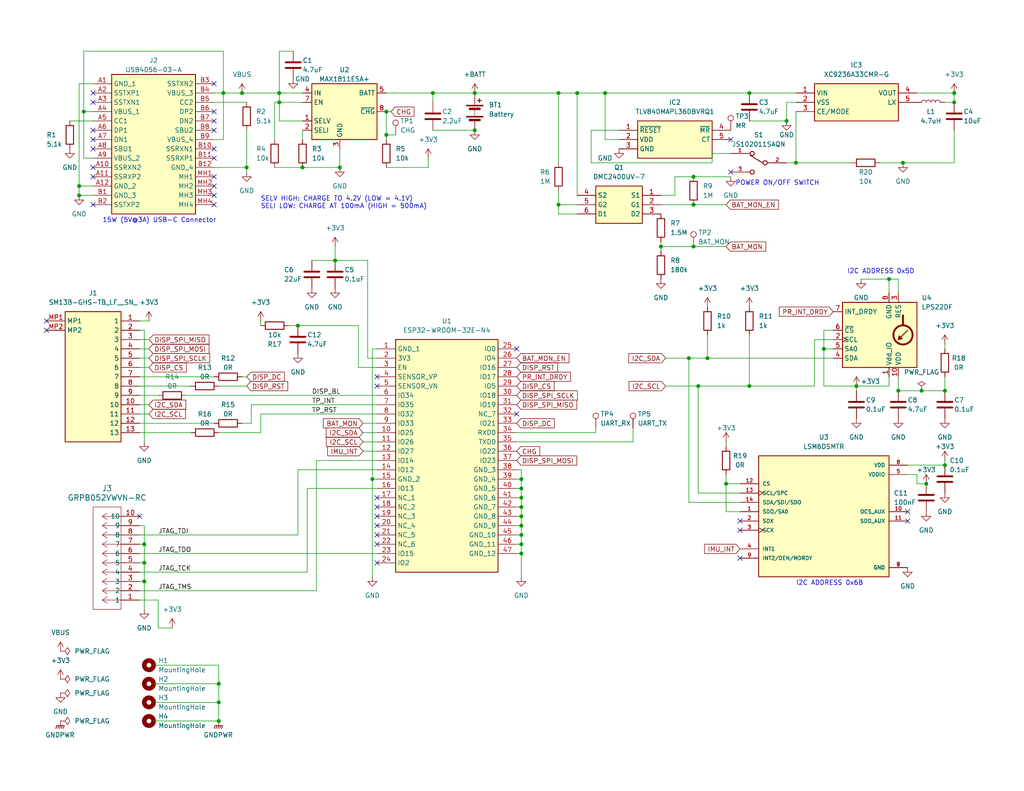
<source format=kicad_sch>
(kicad_sch (version 20230121) (generator eeschema)
  (paper "A")
  (junction (at 105.41 30.48))
  (junction (at 189.23 48.26))
  (junction (at 142.24 135.89))
  (junction (at 189.23 67.31))
  (junction (at 152.4 25.4))
  (junction (at 214.63 33.02))
  (junction (at 60.96 25.4))
  (junction (at 251.46 106.68))
  (junction (at 82.55 45.72))
  (junction (at 142.24 148.59))
  (junction (at 39.37 153.67))
  (junction (at 81.28 88.9))
  (junction (at 246.38 44.45))
  (junction (at 152.4 55.88))
  (junction (at 198.12 132.08))
  (junction (at 142.24 151.13))
  (junction (at 142.24 146.05))
  (junction (at 67.31 45.72))
  (junction (at 187.96 97.79))
  (junction (at 76.2 27.94))
  (junction (at 233.68 105.41))
  (junction (at 39.37 148.59))
  (junction (at 142.24 138.43))
  (junction (at 245.11 106.68))
  (junction (at 180.34 67.31))
  (junction (at 105.41 36.83))
  (junction (at 204.47 105.41))
  (junction (at 204.47 25.4))
  (junction (at 21.59 50.8))
  (junction (at 129.54 35.56))
  (junction (at 257.81 106.68))
  (junction (at 66.04 25.4))
  (junction (at 260.35 27.94))
  (junction (at 165.1 25.4))
  (junction (at 21.59 53.34))
  (junction (at 101.6 130.81))
  (junction (at 142.24 140.97))
  (junction (at 22.86 30.48))
  (junction (at 39.37 158.75))
  (junction (at 91.44 71.12))
  (junction (at 260.35 25.4))
  (junction (at 59.69 191.77))
  (junction (at 157.48 25.4))
  (junction (at 142.24 143.51))
  (junction (at 257.81 127))
  (junction (at 242.57 76.2))
  (junction (at 190.5 105.41))
  (junction (at 129.54 25.4))
  (junction (at 193.04 97.79))
  (junction (at 59.69 196.85))
  (junction (at 252.73 132.08))
  (junction (at 224.79 95.25))
  (junction (at 189.23 55.88))
  (junction (at 118.11 25.4))
  (junction (at 76.2 25.4))
  (junction (at 142.24 130.81))
  (junction (at 92.71 45.72))
  (junction (at 142.24 133.35))
  (junction (at 217.17 44.45))
  (junction (at 59.69 186.69))
  (no_connect (at 201.93 152.4))
  (no_connect (at 25.4 55.88))
  (no_connect (at 58.42 50.8))
  (no_connect (at 58.42 43.18))
  (no_connect (at 201.93 142.24))
  (no_connect (at 25.4 45.72))
  (no_connect (at 58.42 22.86))
  (no_connect (at 25.4 48.26))
  (no_connect (at 102.87 140.97))
  (no_connect (at 25.4 27.94))
  (no_connect (at 102.87 102.87))
  (no_connect (at 247.65 139.7))
  (no_connect (at 12.7 90.17))
  (no_connect (at 58.42 30.48))
  (no_connect (at 199.39 46.99))
  (no_connect (at 199.39 38.1))
  (no_connect (at 102.87 135.89))
  (no_connect (at 102.87 143.51))
  (no_connect (at 25.4 25.4))
  (no_connect (at 58.42 53.34))
  (no_connect (at 102.87 146.05))
  (no_connect (at 102.87 138.43))
  (no_connect (at 25.4 35.56))
  (no_connect (at 140.97 113.03))
  (no_connect (at 25.4 38.1))
  (no_connect (at 58.42 55.88))
  (no_connect (at 58.42 48.26))
  (no_connect (at 38.1 140.97))
  (no_connect (at 25.4 40.64))
  (no_connect (at 58.42 35.56))
  (no_connect (at 102.87 148.59))
  (no_connect (at 201.93 144.78))
  (no_connect (at 12.7 87.63))
  (no_connect (at 140.97 95.25))
  (no_connect (at 102.87 153.67))
  (no_connect (at 102.87 105.41))
  (no_connect (at 247.65 142.24))
  (no_connect (at 58.42 40.64))
  (no_connect (at 58.42 33.02))
  (wire (pts (xy 22.86 13.97) (xy 60.96 13.97)))
  (wire (pts (xy 38.1 153.67) (xy 39.37 153.67)))
  (wire (pts (xy 58.42 27.94) (xy 67.31 27.94)))
  (wire (pts (xy 60.96 25.4) (xy 66.04 25.4)))
  (wire (pts (xy 66.04 25.4) (xy 76.2 25.4)))
  (wire (pts (xy 25.4 30.48) (xy 22.86 30.48)))
  (wire (pts (xy 118.11 35.56) (xy 129.54 35.56)))
  (wire (pts (xy 140.97 135.89) (xy 142.24 135.89)))
  (wire (pts (xy 82.55 33.02) (xy 76.2 33.02)))
  (wire (pts (xy 204.47 33.02) (xy 214.63 33.02)))
  (wire (pts (xy 82.55 27.94) (xy 76.2 27.94)))
  (wire (pts (xy 181.61 97.79) (xy 187.96 97.79)))
  (wire (pts (xy 198.12 121.92) (xy 198.12 120.65)))
  (wire (pts (xy 78.74 88.9) (xy 81.28 88.9)))
  (wire (pts (xy 105.41 45.72) (xy 116.84 45.72)))
  (wire (pts (xy 161.29 35.56) (xy 161.29 44.45)))
  (wire (pts (xy 198.12 132.08) (xy 198.12 129.54)))
  (wire (pts (xy 260.35 25.4) (xy 260.35 27.94)))
  (wire (pts (xy 180.34 67.31) (xy 189.23 67.31)))
  (wire (pts (xy 184.15 48.26) (xy 189.23 48.26)))
  (wire (pts (xy 142.24 135.89) (xy 142.24 138.43)))
  (wire (pts (xy 38.1 107.95) (xy 43.18 107.95)))
  (wire (pts (xy 184.15 53.34) (xy 184.15 48.26)))
  (wire (pts (xy 189.23 55.88) (xy 198.12 55.88)))
  (wire (pts (xy 71.12 113.03) (xy 102.87 113.03)))
  (wire (pts (xy 81.28 146.05) (xy 38.1 146.05)))
  (wire (pts (xy 39.37 148.59) (xy 39.37 143.51)))
  (wire (pts (xy 142.24 148.59) (xy 142.24 146.05)))
  (wire (pts (xy 201.93 134.62) (xy 190.5 134.62)))
  (wire (pts (xy 190.5 105.41) (xy 181.61 105.41)))
  (wire (pts (xy 242.57 76.2) (xy 234.95 76.2)))
  (wire (pts (xy 246.38 44.45) (xy 240.03 44.45)))
  (wire (pts (xy 38.1 148.59) (xy 39.37 148.59)))
  (wire (pts (xy 142.24 140.97) (xy 140.97 140.97)))
  (wire (pts (xy 157.48 25.4) (xy 152.4 25.4)))
  (wire (pts (xy 105.41 25.4) (xy 118.11 25.4)))
  (wire (pts (xy 118.11 25.4) (xy 129.54 25.4)))
  (wire (pts (xy 38.1 87.63) (xy 40.64 87.63)))
  (wire (pts (xy 60.96 25.4) (xy 60.96 38.1)))
  (wire (pts (xy 76.2 27.94) (xy 76.2 33.02)))
  (wire (pts (xy 190.5 134.62) (xy 190.5 105.41)))
  (wire (pts (xy 193.04 97.79) (xy 193.04 91.44)))
  (wire (pts (xy 101.6 95.25) (xy 102.87 95.25)))
  (wire (pts (xy 142.24 143.51) (xy 142.24 140.97)))
  (wire (pts (xy 165.1 25.4) (xy 204.47 25.4)))
  (wire (pts (xy 140.97 128.27) (xy 142.24 128.27)))
  (wire (pts (xy 257.81 125.73) (xy 257.81 127)))
  (wire (pts (xy 201.93 139.7) (xy 198.12 139.7)))
  (wire (pts (xy 140.97 133.35) (xy 142.24 133.35)))
  (wire (pts (xy 66.04 115.57) (xy 68.58 115.57)))
  (wire (pts (xy 99.06 120.65) (xy 102.87 120.65)))
  (wire (pts (xy 99.06 118.11) (xy 102.87 118.11)))
  (wire (pts (xy 39.37 166.37) (xy 39.37 158.75)))
  (wire (pts (xy 38.1 113.03) (xy 40.64 113.03)))
  (wire (pts (xy 214.63 33.02) (xy 214.63 27.94)))
  (wire (pts (xy 43.18 171.45) (xy 46.99 171.45)))
  (wire (pts (xy 101.6 130.81) (xy 101.6 95.25)))
  (wire (pts (xy 21.59 50.8) (xy 21.59 53.34)))
  (wire (pts (xy 43.18 163.83) (xy 38.1 163.83)))
  (wire (pts (xy 71.12 113.03) (xy 71.12 118.11)))
  (wire (pts (xy 260.35 35.56) (xy 260.35 44.45)))
  (wire (pts (xy 165.1 38.1) (xy 165.1 25.4)))
  (wire (pts (xy 97.79 100.33) (xy 97.79 88.9)))
  (wire (pts (xy 39.37 90.17) (xy 38.1 90.17)))
  (wire (pts (xy 38.1 92.71) (xy 40.64 92.71)))
  (wire (pts (xy 140.97 120.65) (xy 172.72 120.65)))
  (wire (pts (xy 22.86 30.48) (xy 22.86 43.18)))
  (wire (pts (xy 257.81 102.87) (xy 257.81 106.68)))
  (wire (pts (xy 214.63 44.45) (xy 217.17 44.45)))
  (wire (pts (xy 25.4 43.18) (xy 22.86 43.18)))
  (wire (pts (xy 102.87 128.27) (xy 81.28 128.27)))
  (wire (pts (xy 91.44 71.12) (xy 100.33 71.12)))
  (wire (pts (xy 250.19 25.4) (xy 260.35 25.4)))
  (wire (pts (xy 157.48 25.4) (xy 157.48 53.34)))
  (wire (pts (xy 142.24 148.59) (xy 140.97 148.59)))
  (wire (pts (xy 68.58 110.49) (xy 102.87 110.49)))
  (wire (pts (xy 152.4 25.4) (xy 152.4 44.45)))
  (wire (pts (xy 257.81 106.68) (xy 251.46 106.68)))
  (wire (pts (xy 59.69 186.69) (xy 59.69 191.77)))
  (wire (pts (xy 39.37 143.51) (xy 38.1 143.51)))
  (wire (pts (xy 67.31 45.72) (xy 67.31 35.56)))
  (wire (pts (xy 142.24 138.43) (xy 140.97 138.43)))
  (wire (pts (xy 38.1 151.13) (xy 102.87 151.13)))
  (wire (pts (xy 152.4 55.88) (xy 157.48 55.88)))
  (wire (pts (xy 60.96 13.97) (xy 60.96 25.4)))
  (wire (pts (xy 140.97 130.81) (xy 142.24 130.81)))
  (wire (pts (xy 233.68 105.41) (xy 233.68 106.68)))
  (wire (pts (xy 157.48 25.4) (xy 165.1 25.4)))
  (wire (pts (xy 74.93 45.72) (xy 82.55 45.72)))
  (wire (pts (xy 142.24 130.81) (xy 142.24 133.35)))
  (wire (pts (xy 257.81 27.94) (xy 260.35 27.94)))
  (wire (pts (xy 142.24 143.51) (xy 140.97 143.51)))
  (wire (pts (xy 201.93 137.16) (xy 187.96 137.16)))
  (wire (pts (xy 204.47 105.41) (xy 190.5 105.41)))
  (wire (pts (xy 76.2 25.4) (xy 76.2 27.94)))
  (wire (pts (xy 233.68 105.41) (xy 224.79 105.41)))
  (wire (pts (xy 102.87 97.79) (xy 100.33 97.79)))
  (wire (pts (xy 222.25 105.41) (xy 222.25 92.71)))
  (wire (pts (xy 22.86 30.48) (xy 22.86 13.97)))
  (wire (pts (xy 92.71 40.64) (xy 92.71 45.72)))
  (wire (pts (xy 180.34 53.34) (xy 184.15 53.34)))
  (wire (pts (xy 152.4 55.88) (xy 152.4 58.42)))
  (wire (pts (xy 233.68 105.41) (xy 242.57 105.41)))
  (wire (pts (xy 118.11 25.4) (xy 118.11 27.94)))
  (wire (pts (xy 81.28 128.27) (xy 81.28 146.05)))
  (wire (pts (xy 80.01 13.97) (xy 76.2 13.97)))
  (wire (pts (xy 19.05 33.02) (xy 25.4 33.02)))
  (wire (pts (xy 39.37 153.67) (xy 39.37 148.59)))
  (wire (pts (xy 245.11 80.01) (xy 245.11 76.2)))
  (wire (pts (xy 97.79 100.33) (xy 102.87 100.33)))
  (wire (pts (xy 38.1 105.41) (xy 52.07 105.41)))
  (wire (pts (xy 168.91 35.56) (xy 161.29 35.56)))
  (wire (pts (xy 86.36 161.29) (xy 86.36 125.73)))
  (wire (pts (xy 142.24 151.13) (xy 140.97 151.13)))
  (wire (pts (xy 142.24 146.05) (xy 142.24 143.51)))
  (wire (pts (xy 189.23 67.31) (xy 198.12 67.31)))
  (wire (pts (xy 41.91 186.69) (xy 59.69 186.69)))
  (wire (pts (xy 217.17 44.45) (xy 232.41 44.45)))
  (wire (pts (xy 97.79 88.9) (xy 81.28 88.9)))
  (wire (pts (xy 59.69 118.11) (xy 71.12 118.11)))
  (wire (pts (xy 257.81 93.98) (xy 257.81 95.25)))
  (wire (pts (xy 38.1 118.11) (xy 52.07 118.11)))
  (wire (pts (xy 142.24 140.97) (xy 142.24 138.43)))
  (wire (pts (xy 187.96 137.16) (xy 187.96 97.79)))
  (wire (pts (xy 224.79 95.25) (xy 227.33 95.25)))
  (wire (pts (xy 193.04 97.79) (xy 227.33 97.79)))
  (wire (pts (xy 38.1 100.33) (xy 40.64 100.33)))
  (wire (pts (xy 39.37 120.65) (xy 39.37 90.17)))
  (wire (pts (xy 66.04 102.87) (xy 67.31 102.87)))
  (wire (pts (xy 180.34 67.31) (xy 180.34 68.58)))
  (wire (pts (xy 250.19 129.54) (xy 250.19 132.08)))
  (wire (pts (xy 38.1 161.29) (xy 86.36 161.29)))
  (wire (pts (xy 99.06 115.57) (xy 102.87 115.57)))
  (wire (pts (xy 242.57 105.41) (xy 242.57 102.87)))
  (wire (pts (xy 224.79 90.17) (xy 227.33 90.17)))
  (wire (pts (xy 59.69 191.77) (xy 59.69 196.85)))
  (wire (pts (xy 142.24 157.48) (xy 142.24 151.13)))
  (wire (pts (xy 38.1 110.49) (xy 40.64 110.49)))
  (wire (pts (xy 105.41 38.1) (xy 105.41 36.83)))
  (wire (pts (xy 204.47 105.41) (xy 222.25 105.41)))
  (wire (pts (xy 41.91 191.77) (xy 59.69 191.77)))
  (wire (pts (xy 74.93 27.94) (xy 76.2 27.94)))
  (wire (pts (xy 74.93 38.1) (xy 74.93 27.94)))
  (wire (pts (xy 41.91 196.85) (xy 59.69 196.85)))
  (wire (pts (xy 58.42 45.72) (xy 67.31 45.72)))
  (wire (pts (xy 100.33 97.79) (xy 100.33 71.12)))
  (wire (pts (xy 21.59 53.34) (xy 25.4 53.34)))
  (wire (pts (xy 99.06 123.19) (xy 102.87 123.19)))
  (wire (pts (xy 38.1 156.21) (xy 83.82 156.21)))
  (wire (pts (xy 204.47 91.44) (xy 204.47 105.41)))
  (wire (pts (xy 43.18 171.45) (xy 43.18 163.83)))
  (wire (pts (xy 58.42 38.1) (xy 60.96 38.1)))
  (wire (pts (xy 242.57 80.01) (xy 242.57 76.2)))
  (wire (pts (xy 187.96 97.79) (xy 193.04 97.79)))
  (wire (pts (xy 198.12 139.7) (xy 198.12 132.08)))
  (wire (pts (xy 162.56 116.84) (xy 162.56 118.11)))
  (wire (pts (xy 247.65 129.54) (xy 250.19 129.54)))
  (wire (pts (xy 152.4 52.07) (xy 152.4 55.88)))
  (wire (pts (xy 85.09 71.12) (xy 91.44 71.12)))
  (wire (pts (xy 59.69 181.61) (xy 59.69 186.69)))
  (wire (pts (xy 245.11 106.68) (xy 245.11 102.87)))
  (wire (pts (xy 67.31 46.99) (xy 67.31 45.72)))
  (wire (pts (xy 194.31 44.45) (xy 194.31 41.91)))
  (wire (pts (xy 21.59 50.8) (xy 25.4 50.8)))
  (wire (pts (xy 38.1 158.75) (xy 39.37 158.75)))
  (wire (pts (xy 58.42 25.4) (xy 60.96 25.4)))
  (wire (pts (xy 260.35 44.45) (xy 246.38 44.45)))
  (wire (pts (xy 245.11 76.2) (xy 242.57 76.2)))
  (wire (pts (xy 59.69 105.41) (xy 67.31 105.41)))
  (wire (pts (xy 168.91 38.1) (xy 165.1 38.1)))
  (wire (pts (xy 224.79 95.25) (xy 224.79 90.17)))
  (wire (pts (xy 116.84 45.72) (xy 116.84 43.18)))
  (wire (pts (xy 142.24 128.27) (xy 142.24 130.81)))
  (wire (pts (xy 204.47 25.4) (xy 217.17 25.4)))
  (wire (pts (xy 38.1 97.79) (xy 40.64 97.79)))
  (wire (pts (xy 101.6 157.48) (xy 101.6 130.81)))
  (wire (pts (xy 140.97 118.11) (xy 162.56 118.11)))
  (wire (pts (xy 142.24 146.05) (xy 140.97 146.05)))
  (wire (pts (xy 50.8 107.95) (xy 102.87 107.95)))
  (wire (pts (xy 251.46 106.68) (xy 245.11 106.68)))
  (wire (pts (xy 224.79 105.41) (xy 224.79 95.25)))
  (wire (pts (xy 247.65 127) (xy 257.81 127)))
  (wire (pts (xy 25.4 22.86) (xy 21.59 22.86)))
  (wire (pts (xy 39.37 158.75) (xy 39.37 153.67)))
  (wire (pts (xy 222.25 92.71) (xy 227.33 92.71)))
  (wire (pts (xy 201.93 132.08) (xy 198.12 132.08)))
  (wire (pts (xy 161.29 44.45) (xy 194.31 44.45)))
  (wire (pts (xy 142.24 151.13) (xy 142.24 148.59)))
  (wire (pts (xy 82.55 45.72) (xy 92.71 45.72)))
  (wire (pts (xy 68.58 115.57) (xy 68.58 110.49)))
  (wire (pts (xy 38.1 95.25) (xy 40.64 95.25)))
  (wire (pts (xy 38.1 102.87) (xy 58.42 102.87)))
  (wire (pts (xy 91.44 71.12) (xy 91.44 67.31)))
  (wire (pts (xy 82.55 35.56) (xy 82.55 38.1)))
  (wire (pts (xy 152.4 58.42) (xy 157.48 58.42)))
  (wire (pts (xy 86.36 125.73) (xy 102.87 125.73)))
  (wire (pts (xy 152.4 25.4) (xy 129.54 25.4)))
  (wire (pts (xy 189.23 48.26) (xy 199.39 48.26)))
  (wire (pts (xy 142.24 133.35) (xy 142.24 135.89)))
  (wire (pts (xy 217.17 30.48) (xy 217.17 44.45)))
  (wire (pts (xy 76.2 13.97) (xy 76.2 25.4)))
  (wire (pts (xy 105.41 36.83) (xy 105.41 30.48)))
  (wire (pts (xy 38.1 115.57) (xy 58.42 115.57)))
  (wire (pts (xy 180.34 55.88) (xy 189.23 55.88)))
  (wire (pts (xy 41.91 181.61) (xy 59.69 181.61)))
  (wire (pts (xy 172.72 120.65) (xy 172.72 116.84)))
  (wire (pts (xy 105.41 30.48) (xy 106.68 30.48)))
  (wire (pts (xy 105.41 36.83) (xy 107.95 36.83)))
  (wire (pts (xy 83.82 156.21) (xy 83.82 133.35)))
  (wire (pts (xy 214.63 27.94) (xy 217.17 27.94)))
  (wire (pts (xy 21.59 22.86) (xy 21.59 50.8)))
  (wire (pts (xy 83.82 133.35) (xy 102.87 133.35)))
  (wire (pts (xy 71.12 87.63) (xy 71.12 88.9)))
  (wire (pts (xy 194.31 41.91) (xy 199.39 41.91)))
  (wire (pts (xy 250.19 132.08) (xy 252.73 132.08)))
  (wire (pts (xy 101.6 130.81) (xy 102.87 130.81)))
  (wire (pts (xy 180.34 67.31) (xy 180.34 66.04)))
  (wire (pts (xy 76.2 25.4) (xy 82.55 25.4)))
  (text "SELV HIGH: CHARGE TO 4.2V (LOW = 4.1V)\nSELI LOW: CHARGE AT 100mA (HIGH = 500mA)" (at 71.12 57.15 0) (effects (font (size 1.27 1.27)) (justify left bottom)))
  (text "I2C ADDRESS 0x5D" (at 231.14 74.93 0) (effects (font (size 1.27 1.27)) (justify left bottom)))
  (text "15W (5V@3A) USB-C Connector" (at 27.94 60.96 0) (effects (font (size 1.27 1.27)) (justify left bottom)))
  (text "POWER ON/OFF SWITCH" (at 200.66 50.8 0) (effects (font (size 1.27 1.27)) (justify left bottom)))
  (text "I2C ADDRESS 0x6B" (at 217.17 160.02 0) (effects (font (size 1.27 1.27)) (justify left bottom)))
  (label "JTAG_TDO" (at 43.18 151.13 0))
  (label "JTAG_TMS" (at 43.18 161.29 0))
  (label "TP_RST" (at 85.09 113.03 0))
  (label "DISP_BL" (at 85.09 107.95 0))
  (label "JTAG_TDI" (at 43.18 146.05 0))
  (label "TP_INT" (at 85.09 110.49 0))
  (label "JTAG_TCK" (at 43.18 156.21 0))
  (global_label "DISP_SPI_SCLK" (shape input) (at 40.64 97.79 0) (property "Intersheetrefs" "${INTERSHEET_REFS}" (effects hide)))
  (global_label "DISP_RST" (shape input) (at 140.97 100.33 0) (property "Intersheetrefs" "${INTERSHEET_REFS}" (effects hide)))
  (global_label "DISP_DC" (shape input) (at 67.31 102.87 0) (property "Intersheetrefs" "${INTERSHEET_REFS}" (effects hide)))
  (global_label "DISP_SPI_MISO" (shape input) (at 140.97 110.49 0) (property "Intersheetrefs" "${INTERSHEET_REFS}" (effects hide)))
  (global_label "PR_INT_DRDY" (shape input) (at 140.97 102.87 0) (property "Intersheetrefs" "${INTERSHEET_REFS}" (effects hide)))
  (global_label "IMU_INT" (shape input) (at 99.06 123.19 180) (property "Intersheetrefs" "${INTERSHEET_REFS}" (effects hide)))
  (global_label "IMU_INT" (shape input) (at 201.93 149.86 180) (property "Intersheetrefs" "${INTERSHEET_REFS}" (effects hide)))
  (global_label "DISP_SPI_SCLK" (shape input) (at 140.97 107.95 0) (property "Intersheetrefs" "${INTERSHEET_REFS}" (effects hide)))
  (global_label "DISP_SPI_MOSI" (shape input) (at 140.97 125.73 0) (property "Intersheetrefs" "${INTERSHEET_REFS}" (effects hide)))
  (global_label "I2C_SDA" (shape input) (at 40.64 110.49 0) (property "Intersheetrefs" "${INTERSHEET_REFS}" (effects hide)))
  (global_label "I2C_SCL" (shape input) (at 40.64 113.03 0) (property "Intersheetrefs" "${INTERSHEET_REFS}" (effects hide)))
  (global_label "I2C_SDA" (shape input) (at 181.61 97.79 180) (property "Intersheetrefs" "${INTERSHEET_REFS}" (effects hide)))
  (global_label "DISP_CS" (shape input) (at 40.64 100.33 0) (property "Intersheetrefs" "${INTERSHEET_REFS}" (effects hide)))
  (global_label "DISP_DC" (shape input) (at 140.97 115.57 0) (property "Intersheetrefs" "${INTERSHEET_REFS}" (effects hide)))
  (global_label "I2C_SCL" (shape input) (at 99.06 120.65 180) (property "Intersheetrefs" "${INTERSHEET_REFS}" (effects hide)))
  (global_label "I2C_SDA" (shape input) (at 99.06 118.11 180) (property "Intersheetrefs" "${INTERSHEET_REFS}" (effects hide)))
  (global_label "I2C_SCL" (shape input) (at 181.61 105.41 180) (property "Intersheetrefs" "${INTERSHEET_REFS}" (effects hide)))
  (global_label "DISP_RST" (shape input) (at 67.31 105.41 0) (property "Intersheetrefs" "${INTERSHEET_REFS}" (effects hide)))
  (global_label "DISP_SPI_MISO" (shape input) (at 40.64 92.71 0) (property "Intersheetrefs" "${INTERSHEET_REFS}" (effects hide)))
  (global_label "DISP_SPI_MOSI" (shape input) (at 40.64 95.25 0) (property "Intersheetrefs" "${INTERSHEET_REFS}" (effects hide)))
  (global_label "CHG" (shape input) (at 106.68 30.48 0) (property "Intersheetrefs" "${INTERSHEET_REFS}" (effects hide)))
  (global_label "BAT_MON" (shape input) (at 99.06 115.57 180) (property "Intersheetrefs" "${INTERSHEET_REFS}" (effects hide)))
  (global_label "BAT_MON_EN" (shape input) (at 198.12 55.88 0) (property "Intersheetrefs" "${INTERSHEET_REFS}" (effects hide)))
  (global_label "BAT_MON_EN" (shape input) (at 140.97 97.79 0) (property "Intersheetrefs" "${INTERSHEET_REFS}" (effects hide)))
  (global_label "PR_INT_DRDY" (shape input) (at 227.33 85.09 180) (property "Intersheetrefs" "${INTERSHEET_REFS}" (effects hide)))
  (global_label "DISP_CS" (shape input) (at 140.97 105.41 0) (property "Intersheetrefs" "${INTERSHEET_REFS}" (effects hide)))
  (global_label "CHG" (shape input) (at 140.97 123.19 0) (property "Intersheetrefs" "${INTERSHEET_REFS}" (effects hide)))
  (global_label "BAT_MON" (shape input) (at 198.12 67.31 0) (property "Intersheetrefs" "${INTERSHEET_REFS}" (effects hide)))
  (symbol (lib_id "Mechanical:MountingHole") (at 40.64 191.77 0) (unit 1)
    (property "Reference" "H3" (at 43.18 190.5 0) (effects (justify left)))
    (property "Value" "MountingHole" (at 43.18 193.04 0) (effects (justify left)))
    (property "Footprint" "MountingHole:MountingHole_2.2mm_M2_DIN965_Pad" (effects hide))
  )
  (symbol (lib_id "Device:C") (at 204.47 29.21 0) (unit 1)
    (property "Reference" "C3" (at 207.01 27.94 0) (effects (justify left)))
    (property "Value" "4.7uF" (at 207.01 30.48 0) (effects (justify left)))
    (property "Footprint" "Capacitor_SMD:C_0805_2012Metric" (effects hide))
  )
  (symbol (lib_id "Device:C") (at 257.81 130.81 0) (unit 1)
    (property "Reference" "C10" (at 259.08 125.73 0) (effects (justify left)))
    (property "Value" "0.1uF" (at 259.08 128.27 0) (effects (justify left)))
    (property "Footprint" "Capacitor_SMD:C_0805_2012Metric" (effects hide))
  )
  (symbol (lib_id "XC9236A33CMR-G:XC9236A33CMR-G") (at 217.17 25.4 0) (unit 1)
    (property "Reference" "IC3" (at 233.68 17.78 0))
    (property "Value" "XC9236A33CMR-G" (at 233.68 20.32 0))
    (property "Footprint" "SOT95P280X130-5N" (effects hide))
    (property "Datasheet" "https://www.torexsemi.com/file/xc9235/XC9235-XC9236-XC9237.pdf" (effects hide))
    (property "Height" "1.3" (effects hide))
    (property "Manufacturer_Name" "Torex" (effects hide))
    (property "Manufacturer_Part_Number" "XC9236A33CMR-G" (effects hide))
    (property "Mouser Part Number" "865-XC9236A33CMR-G" (effects hide))
    (property "Mouser Price/Stock" "https://www.mouser.co.uk/ProductDetail/Torex-Semiconductor/XC9236A33CMR-G?qs=AsjdqWjXhJ%2FEQcsIJZieHw%3D%3D" (effects hide))
  )
  (symbol (lib_id "power:+3V3") (at 40.64 87.63 0) (unit 1)
    (property "Reference" "#PWR036" (effects hide))
    (property "Value" "+3V3" (at 40.64 82.55 0))
  )
  (symbol (lib_id "power:GND") (at 85.09 78.74 0) (unit 1)
    (property "Reference" "#PWR018" (effects hide))
    (property "Value" "GND" (at 85.09 83.82 0))
  )
  (symbol (lib_id "power:GND") (at 142.24 157.48 0) (unit 1)
    (property "Reference" "#PWR017" (effects hide))
    (property "Value" "GND" (at 142.24 162.56 0))
  )
  (symbol (lib_id "Device:C") (at 257.81 110.49 0) (unit 1)
    (property "Reference" "C7" (at 260.35 109.22 0) (effects (justify left)))
    (property "Value" "0.1uF" (at 260.35 111.76 0) (effects (justify left)))
    (property "Footprint" "Capacitor_SMD:C_0805_2012Metric" (effects hide))
  )
  (symbol (lib_id "Device:R") (at 204.47 87.63 0) (unit 1)
    (property "Reference" "R11" (at 207.01 86.36 0) (effects (justify left)))
    (property "Value" "1k" (at 207.01 88.9 0) (effects (justify left)))
    (property "Footprint" "Resistor_SMD:R_0603_1608Metric" (effects hide))
  )
  (symbol (lib_id "DMC2400UV-7:DMC2400UV-7") (at 180.34 53.34 0) (mirror y) (unit 1)
    (property "Reference" "Q1" (at 168.91 45.72 0))
    (property "Value" "DMC2400UV-7" (at 168.91 48.26 0))
    (property "Footprint" "lib:SOTFL50P162X60-6N" (effects hide))
    (property "Datasheet" "https://www.diodes.com/assets/Datasheets/DMC2400UV.pdf" (effects hide))
    (property "Height" "0.6" (effects hide))
    (property "Manufacturer_Name" "Diodes Incorporated" (effects hide))
    (property "Manufacturer_Part_Number" "DMC2400UV-7" (effects hide))
    (property "Mouser Part Number" "621-DMC2400UV-7" (effects hide))
    (property "Mouser Price/Stock" "https://www.mouser.co.uk/ProductDetail/Diodes-Incorporated/DMC2400UV-7?qs=F5djdNSOT4YvQAJ0%252BnbvBA%3D%3D" (effects hide))
    (property "Arrow Part Number" "DMC2400UV-7" (effects hide))
    (property "Arrow Price/Stock" "https://www.arrow.com/en/products/dmc2400uv-7/diodes-incorporated" (effects hide))
  )
  (symbol (lib_id "power:GND") (at 19.05 40.64 0) (unit 1)
    (property "Reference" "#PWR02" (effects hide))
    (property "Value" "GND" (at 19.05 45.72 0))
  )
  (symbol (lib_id "Device:R") (at 74.93 88.9 270) (unit 1)
    (property "Reference" "R17" (at 74.93 93.98 90))
    (property "Value" "10k" (at 74.93 91.44 90))
    (property "Footprint" "Resistor_SMD:R_0603_1608Metric" (effects hide))
  )
  (symbol (lib_id "Mechanical:MountingHole") (at 40.64 186.69 0) (unit 1)
    (property "Reference" "H2" (at 43.18 185.42 0) (effects (justify left)))
    (property "Value" "MountingHole" (at 43.18 187.96 0) (effects (justify left)))
    (property "Footprint" "MountingHole:MountingHole_2.2mm_M2_DIN965_Pad" (effects hide))
  )
  (symbol (lib_id "Device:R") (at 257.81 99.06 0) (unit 1)
    (property "Reference" "R18" (at 261.62 97.79 0))
    (property "Value" "0R" (at 261.62 100.33 0))
    (property "Footprint" "Resistor_SMD:R_0603_1608Metric" (effects hide))
  )
  (symbol (lib_id "JS102011SAQN:JS102011SAQN") (at 207.01 44.45 0) (unit 1)
    (property "Reference" "S1" (at 207.01 36.83 0))
    (property "Value" "JS102011SAQN" (at 207.01 39.37 0))
    (property "Footprint" "lib:SW_JS102011SAQN" (effects hide))
    (property "MF" "C&K" (effects hide))
    (property "Description" "\nSwitch, Slide, SPDT, ON-ON, 300mA, 6VDC, Surface Mount, R/A, Gull Wing | C&K JS102011SAQN\n" (effects hide))
    (property "Package" "None" (effects hide))
    (property "Price" "None" (effects hide))
    (property "Check_prices" "https://www.snapeda.com/parts/JS102011SAQN/C%2526K/view-part/?ref=eda" (effects hide))
    (property "SnapEDA_Link" "https://www.snapeda.com/parts/JS102011SAQN/C%2526K/view-part/?ref=snap" (effects hide))
    (property "MP" "JS102011SAQN" (effects hide))
    (property "Purchase-URL" "https://www.snapeda.com/api/url_track_click_mouser/?unipart_id=214325&manufacturer=C&amp;K&part_name=JS102011SAQN&search_term=js102011saqn" (effects hide))
    (property "Availability" "In Stock" (effects hide))
    (property "MANUFACTURER" "C&K" (effects hide))
  )
  (symbol (lib_id "power:PWR_FLAG") (at 16.51 177.8 270) (unit 1)
    (property "Reference" "#FLG03" (effects hide))
    (property "Value" "PWR_FLAG" (at 20.32 177.8 90) (effects (justify left)))
  )
  (symbol (lib_id "Device:R") (at 152.4 48.26 0) (unit 1)
    (property "Reference" "R6" (at 147.32 46.99 0) (effects (justify left)))
    (property "Value" "1M" (at 147.32 49.53 0) (effects (justify left)))
    (property "Footprint" "Resistor_SMD:R_0603_1608Metric" (effects hide))
  )
  (symbol (lib_id "Device:R") (at 236.22 44.45 90) (unit 1)
    (property "Reference" "R20" (at 236.22 46.99 90))
    (property "Value" "10k" (at 236.22 49.53 90))
    (property "Footprint" "Resistor_SMD:R_0603_1608Metric" (effects hide))
  )
  (symbol (lib_id "power:+3V3") (at 260.35 25.4 0) (unit 1)
    (property "Reference" "#PWR014" (effects hide))
    (property "Value" "+3V3" (at 260.35 20.32 0))
  )
  (symbol (lib_id "Device:R") (at 55.88 105.41 90) (unit 1)
    (property "Reference" "R13" (at 55.88 100.33 90))
    (property "Value" "0R" (at 55.88 102.87 90))
    (property "Footprint" "Resistor_SMD:R_0603_1608Metric" (effects hide))
  )
  (symbol (lib_id "Device:Battery") (at 129.54 30.48 0) (unit 1)
    (property "Reference" "BT1" (at 133.35 28.6385 0) (effects (justify left)))
    (property "Value" "Battery" (at 133.35 31.1785 0) (effects (justify left)))
    (property "Footprint" "lib:BAT_DUAL_1MM_TESTPOINTS" (effects hide))
  )
  (symbol (lib_id "power:GND") (at 247.65 154.94 0) (unit 1)
    (property "Reference" "#PWR032" (effects hide))
    (property "Value" "GND" (at 247.65 160.02 0))
  )
  (symbol (lib_id "Device:R") (at 180.34 72.39 0) (unit 1)
    (property "Reference" "R8" (at 182.88 71.12 0) (effects (justify left)))
    (property "Value" "180k" (at 182.88 73.66 0) (effects (justify left)))
    (property "Footprint" "Resistor_SMD:R_0603_1608Metric" (effects hide))
  )
  (symbol (lib_id "Device:R") (at 189.23 52.07 0) (unit 1)
    (property "Reference" "R9" (at 191.77 50.8 0) (effects (justify left)))
    (property "Value" "1M" (at 191.77 53.34 0) (effects (justify left)))
    (property "Footprint" "Resistor_SMD:R_0603_1608Metric" (effects hide))
  )
  (symbol (lib_id "power:PWR_FLAG") (at 16.51 185.42 270) (unit 1)
    (property "Reference" "#FLG02" (effects hide))
    (property "Value" "PWR_FLAG" (at 20.32 185.42 90) (effects (justify left)))
  )
  (symbol (lib_id "Connector:TestPoint") (at 162.56 116.84 0) (unit 1)
    (property "Reference" "TP4" (at 163.83 113.03 0) (effects (justify left)))
    (property "Value" "UART_RX" (at 163.83 115.57 0) (effects (justify left)))
    (property "Footprint" "TestPoint:TestPoint_Pad_D1.0mm" (effects hide))
  )
  (symbol (lib_id "power:+3V3") (at 198.12 120.65 0) (unit 1)
    (property "Reference" "#PWR033" (effects hide))
    (property "Value" "+3V3" (at 198.12 116.84 0))
  )
  (symbol (lib_id "Device:R") (at 62.23 115.57 90) (unit 1)
    (property "Reference" "R15" (at 62.23 110.49 90))
    (property "Value" "0R" (at 62.23 113.03 90))
    (property "Footprint" "Resistor_SMD:R_0603_1608Metric" (effects hide))
  )
  (symbol (lib_id "power:GND") (at 16.51 189.23 0) (unit 1)
    (property "Reference" "#PWR041" (effects hide))
    (property "Value" "GND" (at 16.51 194.31 0))
  )
  (symbol (lib_id "Device:L") (at 254 27.94 90) (unit 1)
    (property "Reference" "L1" (at 254 30.48 90))
    (property "Value" "4.7uH" (at 254 33.02 90))
    (property "Footprint" "lib:IND_TAIYO_NR4018_TAY" (effects hide))
    (property "Datasheet" "~NR4018T4R7M" (effects hide))
  )
  (symbol (lib_id "ESP32-WROOM-32E-N4:ESP32-WROOM-32E-N4") (at 102.87 95.25 0) (unit 1)
    (property "Reference" "U1" (at 121.92 87.63 0))
    (property "Value" "ESP32-WROOM-32E-N4" (at 121.92 90.17 0))
    (property "Footprint" "ESP32WROOM32EN4" (effects hide))
    (property "Datasheet" "https://www.espressif.com/sites/default/files/documentation/esp32-wroom-32e_esp32-wroom-32ue_datasheet_en.pdf" (effects hide))
    (property "Height" "3.25" (effects hide))
    (property "Manufacturer_Name" "Espressif Systems" (effects hide))
    (property "Manufacturer_Part_Number" "ESP32-WROOM-32E-N4" (effects hide))
    (property "Mouser Part Number" "356-ESP32WRM32E132PH" (effects hide))
    (property "Mouser Price/Stock" "https://www.mouser.co.uk/ProductDetail/Espressif-Systems/ESP32-WROOM-32E-N4?qs=Li%252BoUPsLEnsPzTWsi%252BRMgQ%3D%3D" (effects hide))
  )
  (symbol (lib_id "power:GND") (at 252.73 139.7 0) (unit 1)
    (property "Reference" "#PWR030" (effects hide))
    (property "Value" "GND" (at 252.73 144.78 0))
  )
  (symbol (lib_id "power:GND") (at 234.95 76.2 0) (unit 1)
    (property "Reference" "#PWR027" (effects hide))
    (property "Value" "GND" (at 234.95 81.28 0))
  )
  (symbol (lib_id "power:+3V3") (at 257.81 125.73 0) (unit 1)
    (property "Reference" "#PWR028" (effects hide))
    (property "Value" "+3V3" (at 257.81 121.92 0))
  )
  (symbol (lib_id "Device:R") (at 62.23 102.87 90) (unit 1)
    (property "Reference" "R12" (at 62.23 97.79 90))
    (property "Value" "0R" (at 62.23 100.33 90))
    (property "Footprint" "Resistor_SMD:R_0603_1608Metric" (effects hide))
  )
  (symbol (lib_id "power:GND") (at 39.37 120.65 0) (unit 1)
    (property "Reference" "#PWR037" (effects hide))
    (property "Value" "GND" (at 39.37 125.73 0))
  )
  (symbol (lib_id "Battery_Management:MAX1811") (at 92.71 30.48 0) (unit 1)
    (property "Reference" "U2" (at 93.98 19.05 0))
    (property "Value" "MAX1811ESA+" (at 93.98 21.59 0))
    (property "Footprint" "Package_SO:SOIC-8_3.9x4.9mm_P1.27mm" (effects hide))
    (property "Datasheet" "https://datasheets.maximintegrated.com/en/ds/MAX1811.pdf" (effects hide))
  )
  (symbol (lib_id "power:+3V3") (at 204.47 83.82 0) (unit 1)
    (property "Reference" "#PWR021" (effects hide))
    (property "Value" "+3V3" (at 204.47 78.74 0))
  )
  (symbol (lib_id "Mechanical:MountingHole") (at 40.64 181.61 0) (unit 1)
    (property "Reference" "H1" (at 43.18 180.34 0) (effects (justify left)))
    (property "Value" "MountingHole" (at 43.18 182.88 0) (effects (justify left)))
    (property "Footprint" "MountingHole:MountingHole_2.2mm_M2_DIN965_Pad" (effects hide))
  )
  (symbol (lib_id "power:GND") (at 81.28 96.52 0) (unit 1)
    (property "Reference" "#PWR039" (effects hide))
    (property "Value" "GND" (at 81.28 101.6 0))
  )
  (symbol (lib_id "power:GND") (at 129.54 35.56 0) (unit 1)
    (property "Reference" "#PWR08" (effects hide))
    (property "Value" "GND" (at 129.54 40.64 0))
  )
  (symbol (lib_id "Device:R") (at 74.93 41.91 0) (unit 1)
    (property "Reference" "R4" (at 69.85 40.64 0) (effects (justify left)))
    (property "Value" "10k" (at 69.85 43.18 0) (effects (justify left)))
    (property "Footprint" "Resistor_SMD:R_0603_1608Metric" (effects hide))
  )
  (symbol (lib_id "power:GND") (at 246.38 44.45 0) (unit 1)
    (property "Reference" "#PWR013" (effects hide))
    (property "Value" "GND" (at 246.38 49.53 0))
  )
  (symbol (lib_id "power:+3V3") (at 193.04 83.82 0) (unit 1)
    (property "Reference" "#PWR020" (effects hide))
    (property "Value" "+3V3" (at 193.04 78.74 0))
  )
  (symbol (lib_id "power:GND") (at 101.6 157.48 0) (unit 1)
    (property "Reference" "#PWR016" (effects hide))
    (property "Value" "GND" (at 101.6 162.56 0))
  )
  (symbol (lib_id "power:+3V3") (at 16.51 185.42 0) (unit 1)
    (property "Reference" "#PWR042" (effects hide))
    (property "Value" "+3V3" (at 16.51 180.34 0))
  )
  (symbol (lib_id "power:GND") (at 80.01 21.59 0) (unit 1)
    (property "Reference" "#PWR06" (effects hide))
    (property "Value" "GND" (at 82.55 21.59 0))
  )
  (symbol (lib_id "Device:C") (at 245.11 110.49 0) (unit 1)
    (property "Reference" "C8" (at 247.65 109.22 0) (effects (justify left)))
    (property "Value" "4.7uF" (at 247.65 111.76 0) (effects (justify left)))
    (property "Footprint" "Capacitor_SMD:C_0805_2012Metric" (effects hide))
  )
  (symbol (lib_id "power:+BATT") (at 129.54 25.4 0) (unit 1)
    (property "Reference" "#PWR09" (effects hide))
    (property "Value" "+BATT" (at 129.54 20.32 0))
  )
  (symbol (lib_id "power:PWR_FLAG") (at 16.51 196.85 270) (unit 1)
    (property "Reference" "#FLG04" (effects hide))
    (property "Value" "PWR_FLAG" (at 20.32 196.85 90) (effects (justify left)))
  )
  (symbol (lib_id "power:+3V3") (at 257.81 93.98 0) (unit 1)
    (property "Reference" "#PWR022" (effects hide))
    (property "Value" "+3V3" (at 257.81 88.9 0))
  )
  (symbol (lib_id "power:GND") (at 91.44 78.74 0) (unit 1)
    (property "Reference" "#PWR019" (effects hide))
    (property "Value" "GND" (at 91.44 83.82 0))
  )
  (symbol (lib_id "power:+3V3") (at 116.84 43.18 0) (unit 1)
    (property "Reference" "#PWR07" (effects hide))
    (property "Value" "+3V3" (at 116.84 38.1 0))
  )
  (symbol (lib_id "Device:C") (at 91.44 74.93 0) (unit 1)
    (property "Reference" "C5" (at 93.98 73.66 0) (effects (justify left)))
    (property "Value" "0.1uF" (at 93.98 76.2 0) (effects (justify left)))
    (property "Footprint" "Capacitor_SMD:C_0805_2012Metric" (effects hide))
  )
  (symbol (lib_id "power:GNDPWR") (at 16.51 196.85 0) (unit 1)
    (property "Reference" "#PWR043" (effects hide))
    (property "Value" "GNDPWR" (at 16.383 200.66 0))
  )
  (symbol (lib_id "power:GND") (at 92.71 45.72 0) (unit 1)
    (property "Reference" "#PWR05" (effects hide))
    (property "Value" "GND" (at 92.71 50.8 0))
  )
  (symbol (lib_id "power:GND") (at 214.63 33.02 0) (unit 1)
    (property "Reference" "#PWR040" (effects hide))
    (property "Value" "GND" (at 214.63 36.83 0))
  )
  (symbol (lib_id "SM13B-GHS-TB_LF__SN_:SM13B-GHS-TB_LF__SN_") (at 12.7 87.63 0) (unit 1)
    (property "Reference" "J1" (at 25.4 80.01 0))
    (property "Value" "SM13B-GHS-TB_LF__SN_" (at 25.4 82.55 0))
    (property "Footprint" "lib:SM13BGHSTBLFSN" (effects hide))
    (property "Datasheet" "https://datasheet.lcsc.com/szlcsc/2004241811_JST-Sales-America-SM13B-GHS-TB-LF-SN_C515957.pdf" (effects hide))
    (property "Height" "4.25" (effects hide))
    (property "Manufacturer_Name" "JST (JAPAN SOLDERLESS TERMINALS)" (effects hide))
    (property "Manufacturer_Part_Number" "SM13B-GHS-TB(LF)(SN)" (effects hide))
  )
  (symbol (lib_id "power:GND") (at 245.11 114.3 0) (unit 1)
    (property "Reference" "#PWR023" (effects hide))
    (property "Value" "GND" (at 245.11 119.38 0))
  )
  (symbol (lib_id "Device:C") (at 85.09 74.93 0) (unit 1)
    (property "Reference" "C6" (at 77.47 73.66 0) (effects (justify left)))
    (property "Value" "22uF" (at 77.47 76.2 0) (effects (justify left)))
    (property "Footprint" "Capacitor_SMD:C_0805_2012Metric" (effects hide))
  )
  (symbol (lib_id "power:GND") (at 257.81 114.3 0) (unit 1)
    (property "Reference" "#PWR024" (effects hide))
    (property "Value" "GND" (at 257.81 119.38 0))
  )
  (symbol (lib_id "Device:C") (at 260.35 31.75 0) (unit 1)
    (property "Reference" "C4" (at 262.89 30.48 0) (effects (justify left)))
    (property "Value" "10uF" (at 262.89 33.02 0) (effects (justify left)))
    (property "Footprint" "Capacitor_SMD:C_0805_2012Metric" (effects hide))
  )
  (symbol (lib_id "Device:R") (at 105.41 41.91 0) (unit 1)
    (property "Reference" "R5" (at 107.95 40.64 0) (effects (justify left)))
    (property "Value" "10k" (at 107.95 43.18 0) (effects (justify left)))
    (property "Footprint" "Resistor_SMD:R_0603_1608Metric" (effects hide))
  )
  (symbol (lib_id "Device:R") (at 67.31 31.75 0) (unit 1)
    (property "Reference" "R2" (at 69.85 30.48 0) (effects (justify left)))
    (property "Value" "5.1k" (at 69.85 33.02 0) (effects (justify left)))
    (property "Footprint" "Resistor_SMD:R_0603_1608Metric" (effects hide))
  )
  (symbol (lib_id "power:GND") (at 39.37 166.37 0) (unit 1)
    (property "Reference" "#PWR034" (effects hide))
    (property "Value" "GND" (at 39.37 171.45 0))
  )
  (symbol (lib_id "Device:C") (at 80.01 17.78 0) (unit 1)
    (property "Reference" "C1" (at 82.55 16.51 0) (effects (justify left)))
    (property "Value" "4.7uF" (at 82.55 19.05 0) (effects (justify left)))
    (property "Footprint" "Capacitor_SMD:C_0805_2012Metric" (effects hide))
  )
  (symbol (lib_id "power:PWR_FLAG") (at 16.51 189.23 270) (unit 1)
    (property "Reference" "#FLG01" (effects hide))
    (property "Value" "PWR_FLAG" (at 20.32 189.23 90) (effects (justify left)))
  )
  (symbol (lib_id "power:GND") (at 21.59 53.34 0) (unit 1)
    (property "Reference" "#PWR03" (effects hide))
    (property "Value" "GND" (at 21.59 58.42 0))
  )
  (symbol (lib_id "Device:C") (at 233.68 110.49 0) (unit 1)
    (property "Reference" "C9" (at 236.22 109.22 0) (effects (justify left)))
    (property "Value" "0.1uF" (at 236.22 111.76 0) (effects (justify left)))
    (property "Footprint" "Capacitor_SMD:C_0805_2012Metric" (effects hide))
  )
  (symbol (lib_id "Connector:TestPoint") (at 199.39 35.56 0) (unit 1)
    (property "Reference" "TP3" (at 200.66 31.75 0) (effects (justify left)))
    (property "Value" "MR" (at 200.66 34.29 0) (effects (justify left)))
    (property "Footprint" "TestPoint:TestPoint_Pad_D1.0mm" (effects hide))
  )
  (symbol (lib_id "Mechanical:MountingHole") (at 40.64 196.85 0) (unit 1)
    (property "Reference" "H4" (at 43.18 195.58 0) (effects (justify left)))
    (property "Value" "MountingHole" (at 43.18 198.12 0) (effects (justify left)))
    (property "Footprint" "MountingHole:MountingHole_2.2mm_M2_DIN965_Pad" (effects hide))
  )
  (symbol (lib_id "power:+3V3") (at 252.73 132.08 0) (unit 1)
    (property "Reference" "#PWR031" (effects hide))
    (property "Value" "+3V3" (at 252.73 128.27 0))
  )
  (symbol (lib_id "power:GNDPWR") (at 59.69 196.85 0) (unit 1)
    (property "Reference" "#PWR045" (effects hide))
    (property "Value" "GNDPWR" (at 59.563 200.66 0))
  )
  (symbol (lib_id "power:GND") (at 67.31 46.99 0) (unit 1)
    (property "Reference" "#PWR01" (effects hide))
    (property "Value" "GND" (at 67.31 52.07 0))
  )
  (symbol (lib_id "power:GND") (at 257.81 134.62 0) (unit 1)
    (property "Reference" "#PWR029" (effects hide))
    (property "Value" "GND" (at 257.81 139.7 0))
  )
  (symbol (lib_id "power:GND") (at 168.91 40.64 0) (unit 1)
    (property "Reference" "#PWR012" (effects hide))
    (property "Value" "GND" (at 165.1 43.18 0))
  )
  (symbol (lib_id "TLV840MAPL36DBVRQ1:TLV840MAPL36DBVRQ1") (at 168.91 35.56 0) (unit 1)
    (property "Reference" "IC2" (at 184.15 27.94 0))
    (property "Value" "TLV840MAPL36DBVRQ1" (at 184.15 30.48 0))
    (property "Footprint" "lib:SOT95P280X145-5N" (effects hide))
    (property "Datasheet" "https://www.ti.com/lit/gpn/TLV840-Q1" (effects hide))
    (property "Height" "1.45" (effects hide))
    (property "Manufacturer_Name" "Texas Instruments" (effects hide))
    (property "Manufacturer_Part_Number" "TLV840MAPL36DBVRQ1" (effects hide))
    (property "Mouser Part Number" "595-V840MAPL36DBVRQ1" (effects hide))
    (property "Mouser Price/Stock" "https://www.mouser.co.uk/ProductDetail/Texas-Instruments/TLV840MAPL36DBVRQ1?qs=TuK3vfAjtkUvm%2FFmAPUHzQ%3D%3D" (effects hide))
  )
  (symbol (lib_id "Device:C") (at 118.11 31.75 0) (unit 1)
    (property "Reference" "C2" (at 120.65 30.48 0) (effects (justify left)))
    (property "Value" "2.2uF" (at 120.65 33.02 0) (effects (justify left)))
    (property "Footprint" "Capacitor_SMD:C_0805_2012Metric" (effects hide))
  )
  (symbol (lib_id "power:+3V3") (at 233.68 105.41 0) (unit 1)
    (property "Reference" "#PWR026" (effects hide))
    (property "Value" "+3V3" (at 237.49 104.14 0))
  )
  (symbol (lib_id "LSM6DSMTR:LSM6DSMTR") (at 224.79 139.7 0) (unit 1)
    (property "Reference" "U3" (at 224.79 119.38 0))
    (property "Value" "LSM6DSMTR" (at 224.79 121.92 0))
    (property "Footprint" "lib:PQFN50P300X250X86-14N" (effects hide))
    (property "MF" "STMicroelectronics" (effects hide))
    (property "MAXIMUM_PACKAGE_HEIGHT" "0.86 mm" (effects hide))
    (property "Package" "VFLGA-14 STMicroelectronics" (effects hide))
    (property "Price" "None" (effects hide))
    (property "Check_prices" "https://www.snapeda.com/parts/LSM6DSMTR/STMicroelectronics/view-part/?ref=eda" (effects hide))
    (property "STANDARD" "IPC 7351B" (effects hide))
    (property "PARTREV" "Rev 7" (effects hide))
    (property "SnapEDA_Link" "https://www.snapeda.com/parts/LSM6DSMTR/STMicroelectronics/view-part/?ref=snap" (effects hide))
    (property "MP" "LSM6DSMTR" (effects hide))
    (property "Purchase-URL" "https://www.snapeda.com/api/url_track_click_mouser/?unipart_id=581716&manufacturer=STMicroelectronics&part_name=LSM6DSMTR&search_term=None" (effects hide))
    (property "Description" "\nAccelerometer, Gyroscope, Temperature, 6 Axis Sensor I²C, SPI Output\n" (effects hide))
    (property "Availability" "In Stock" (effects hide))
    (property "MANUFACTURER" "STMicroelectronics" (effects hide))
  )
  (symbol (lib_id "power:+3V3") (at 46.99 171.45 0) (unit 1)
    (property "Reference" "#PWR035" (effects hide))
    (property "Value" "+3V3" (at 46.99 166.37 0))
  )
  (symbol (lib_id "Device:R") (at 55.88 118.11 90) (unit 1)
    (property "Reference" "R16" (at 55.88 113.03 90))
    (property "Value" "0R" (at 55.88 115.57 90))
    (property "Footprint" "Resistor_SMD:R_0603_1608Metric" (effects hide))
  )
  (symbol (lib_id "Connector:TestPoint") (at 107.95 36.83 0) (unit 1)
    (property "Reference" "TP1" (at 109.22 33.02 0) (effects (justify left)))
    (property "Value" "CHG" (at 109.22 35.56 0) (effects (justify left)))
    (property "Footprint" "TestPoint:TestPoint_Pad_D1.0mm" (effects hide))
  )
  (symbol (lib_id "power:+3V3") (at 71.12 87.63 0) (unit 1)
    (property "Reference" "#PWR038" (effects hide))
    (property "Value" "+3V3" (at 71.12 82.55 0))
  )
  (symbol (lib_id "power:PWR_FLAG") (at 251.46 106.68 0) (unit 1)
    (property "Reference" "#FLG05" (effects hide))
    (property "Value" "PWR_FLAG" (at 251.46 101.6 0))
  )
  (symbol (lib_id "power:GND") (at 233.68 114.3 0) (unit 1)
    (property "Reference" "#PWR025" (effects hide))
    (property "Value" "GND" (at 233.68 119.38 0))
  )
  (symbol (lib_id "power:VBUS") (at 16.51 177.8 0) (unit 1)
    (property "Reference" "#PWR044" (effects hide))
    (property "Value" "VBUS" (at 16.51 172.72 0))
  )
  (symbol (lib_id "Device:R") (at 193.04 87.63 0) (unit 1)
    (property "Reference" "R10" (at 195.58 86.36 0) (effects (justify left)))
    (property "Value" "1k" (at 195.58 88.9 0) (effects (justify left)))
    (property "Footprint" "Resistor_SMD:R_0603_1608Metric" (effects hide))
  )
  (symbol (lib_id "Connector:TestPoint") (at 189.23 67.31 0) (unit 1)
    (property "Reference" "TP2" (at 190.5 63.5 0) (effects (justify left)))
    (property "Value" "BAT_MON" (at 190.5 66.04 0) (effects (justify left)))
    (property "Footprint" "TestPoint:TestPoint_Pad_D1.0mm" (effects hide))
  )
  (symbol (lib_id "Device:C") (at 81.28 92.71 0) (unit 1)
    (property "Reference" "C12" (at 83.82 91.44 0) (effects (justify left)))
    (property "Value" "4.7uF" (at 83.82 93.98 0) (effects (justify left)))
    (property "Footprint" "Capacitor_SMD:C_0805_2012Metric" (effects hide))
  )
  (symbol (lib_id "Connector:TestPoint") (at 172.72 116.84 0) (unit 1)
    (property "Reference" "TP5" (at 173.99 113.03 0) (effects (justify left)))
    (property "Value" "UART_TX" (at 173.99 115.57 0) (effects (justify left)))
    (property "Footprint" "TestPoint:TestPoint_Pad_D1.0mm" (effects hide))
  )
  (symbol (lib_id "Device:C") (at 252.73 135.89 0) (unit 1)
    (property "Reference" "C11" (at 243.84 134.62 0) (effects (justify left)))
    (property "Value" "100nF" (at 243.84 137.16 0) (effects (justify left)))
    (property "Footprint" "Capacitor_SMD:C_0805_2012Metric" (effects hide))
  )
  (symbol (lib_id "power:GND") (at 180.34 76.2 0) (unit 1)
    (property "Reference" "#PWR010" (effects hide))
    (property "Value" "GND" (at 180.34 81.28 0))
  )
  (symbol (lib_id "Device:R") (at 46.99 107.95 90) (unit 1)
    (property "Reference" "R14" (at 46.99 102.87 90))
    (property "Value" "0R" (at 46.99 105.41 90))
    (property "Footprint" "Resistor_SMD:R_0603_1608Metric" (effects hide))
  )
  (symbol (lib_id "Device:R") (at 198.12 125.73 0) (unit 1)
    (property "Reference" "R19" (at 201.93 124.46 0))
    (property "Value" "0R" (at 201.93 127 0))
    (property "Footprint" "Resistor_SMD:R_0603_1608Metric" (effects hide))
  )
  (symbol (lib_id "Sensor_Pressure:LPS22HB") (at 240.03 90.17 180) (unit 1)
    (property "Reference" "U4" (at 251.46 81.28 0) (effects (justify right)))
    (property "Value" "LPS22DF" (at 251.46 83.82 0) (effects (justify right)))
    (property "Footprint" "Package_LGA:ST_HLGA-10_2x2mm_P0.5mm_LayoutBorder3x2y" (effects hide))
    (property "Datasheet" "https://www.st.com/resource/en/datasheet/lps22df.pdf" (effects hide))
  )
  (symbol (lib_id "power:+3V3") (at 91.44 67.31 0) (unit 1)
    (property "Reference" "#PWR015" (effects hide))
    (property "Value" "+3V3" (at 91.44 62.23 0))
  )
  (symbol (lib_id "USB4056-03-A:USB4056-03-A") (at 25.4 22.86 0) (unit 1)
    (property "Reference" "J2" (at 41.91 16.51 0))
    (property "Value" "USB4056-03-A" (at 41.91 19.05 0))
    (property "Footprint" "USB405603A" (effects hide))
    (property "Datasheet" "https://www.mouser.jp/datasheet/2/837/usb4056-2448808.pdf" (effects hide))
    (property "Height" "3.56" (effects hide))
    (property "Manufacturer_Name" "GCT (GLOBAL CONNECTOR TECHNOLOGY)" (effects hide))
    (property "Manufacturer_Part_Number" "USB4056-03-A" (effects hide))
    (property "Mouser Part Number" "640-USB4056-03-A" (effects hide))
    (property "Mouser Price/Stock" "https://www.mouser.co.uk/ProductDetail/GCT/USB4056-03-A?qs=QNEnbhJQKvbZ7hZzgFEugA%3D%3D" (effects hide))
  )
  (symbol (lib_id "Device:R") (at 19.05 36.83 0) (unit 1)
    (property "Reference" "R1" (at 12.7 36.83 0) (effects (justify left)))
    (property "Value" "5.1k" (at 12.7 39.37 0) (effects (justify left)))
    (property "Footprint" "Resistor_SMD:R_0603_1608Metric" (effects hide))
  )
  (symbol (lib_id "Device:R") (at 82.55 41.91 0) (unit 1)
    (property "Reference" "R3" (at 85.09 40.64 0) (effects (justify left)))
    (property "Value" "10k" (at 85.09 43.18 0) (effects (justify left)))
    (property "Footprint" "Resistor_SMD:R_0603_1608Metric" (effects hide))
  )
  (symbol (lib_id "power:GND") (at 199.39 48.26 0) (unit 1)
    (property "Reference" "#PWR011" (effects hide))
    (property "Value" "GND" (at 199.39 53.34 0))
  )
  (symbol (lib_id "2023-12-16_02-37-00:GRPB052VWVN-RC_PINS_ASSIGNED") (at 38.1 163.83 180) (unit 1)
    (property "Reference" "J3" (at 29.21 133.35 0) (effects (font (size 1.524 1.524))))
    (property "Value" "GRPB052VWVN-RC" (at 29.21 135.89 0) (effects (font (size 1.524 1.524))))
    (property "Footprint" "lib:CONN_GRPB052VWVN-RC_SUL" (effects hide))
    (property "Datasheet" "GRPB052VWVN-RC" (effects hide))
  )
  (symbol (lib_id "Device:R") (at 180.34 62.23 0) (unit 1)
    (property "Reference" "R7" (at 182.88 60.96 0) (effects (justify left)))
    (property "Value" "1.5M" (at 182.88 63.5 0) (effects (justify left)))
    (property "Footprint" "Resistor_SMD:R_0603_1608Metric" (effects hide))
  )
  (symbol (lib_id "power:VBUS") (at 66.04 25.4 0) (unit 1)
    (property "Reference" "#PWR04" (effects hide))
    (property "Value" "VBUS" (at 66.04 20.32 0))
  )
)
</source>
